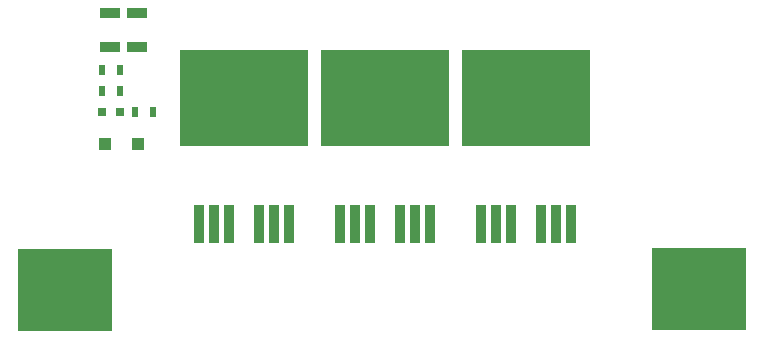
<source format=gbr>
G04 #@! TF.GenerationSoftware,KiCad,Pcbnew,(2017-08-25 revision dd37d0595)-makepkg*
G04 #@! TF.CreationDate,2018-05-19T22:22:17-04:00*
G04 #@! TF.ProjectId,Anti-Spark-Switch,416E74692D537061726B2D5377697463,rev?*
G04 #@! TF.SameCoordinates,Original*
G04 #@! TF.FileFunction,Paste,Top*
G04 #@! TF.FilePolarity,Positive*
%FSLAX46Y46*%
G04 Gerber Fmt 4.6, Leading zero omitted, Abs format (unit mm)*
G04 Created by KiCad (PCBNEW (2017-08-25 revision dd37d0595)-makepkg) date 05/19/18 22:22:17*
%MOMM*%
%LPD*%
G01*
G04 APERTURE LIST*
%ADD10R,1.100000X1.100000*%
%ADD11R,8.000000X7.000000*%
%ADD12R,0.800000X0.750000*%
%ADD13R,0.500000X0.900000*%
%ADD14R,0.899160X3.200400*%
%ADD15R,10.800080X8.150860*%
%ADD16R,1.700000X0.900000*%
G04 APERTURE END LIST*
D10*
X126840000Y-102215000D03*
X124040000Y-102215000D03*
D11*
X174300000Y-114440000D03*
X120690000Y-114515000D03*
D12*
X125324000Y-99477000D03*
X123824000Y-99477000D03*
D13*
X128065000Y-99465000D03*
X126565000Y-99465000D03*
X125324000Y-95921000D03*
X123824000Y-95921000D03*
X123824000Y-97699000D03*
X125324000Y-97699000D03*
D14*
X139652000Y-108929540D03*
X138382000Y-108929540D03*
X137112000Y-108929540D03*
X134572000Y-108929540D03*
X133302000Y-108929540D03*
X132032000Y-108929540D03*
D15*
X135842000Y-98327580D03*
D14*
X151590000Y-108929540D03*
X150320000Y-108929540D03*
X149050000Y-108929540D03*
X146510000Y-108929540D03*
X145240000Y-108929540D03*
X143970000Y-108929540D03*
D15*
X147780000Y-98327580D03*
D14*
X163528000Y-108929540D03*
X162258000Y-108929540D03*
X160988000Y-108929540D03*
X158448000Y-108929540D03*
X157178000Y-108929540D03*
X155908000Y-108929540D03*
D15*
X159718000Y-98327580D03*
D16*
X126790000Y-94015000D03*
X126790000Y-91115000D03*
X124465000Y-91115000D03*
X124465000Y-94015000D03*
M02*

</source>
